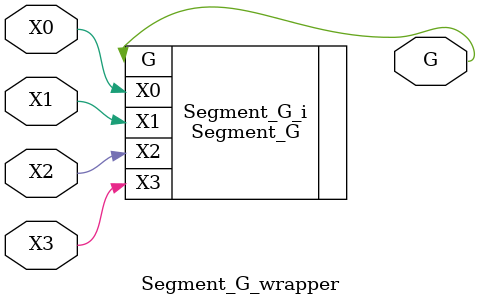
<source format=v>
`timescale 1 ps / 1 ps

module Segment_G_wrapper
   (G,
    X0,
    X1,
    X2,
    X3);
  output G;
  input X0;
  input X1;
  input X2;
  input X3;

  wire G;
  wire X0;
  wire X1;
  wire X2;
  wire X3;

  Segment_G Segment_G_i
       (.G(G),
        .X0(X0),
        .X1(X1),
        .X2(X2),
        .X3(X3));
endmodule

</source>
